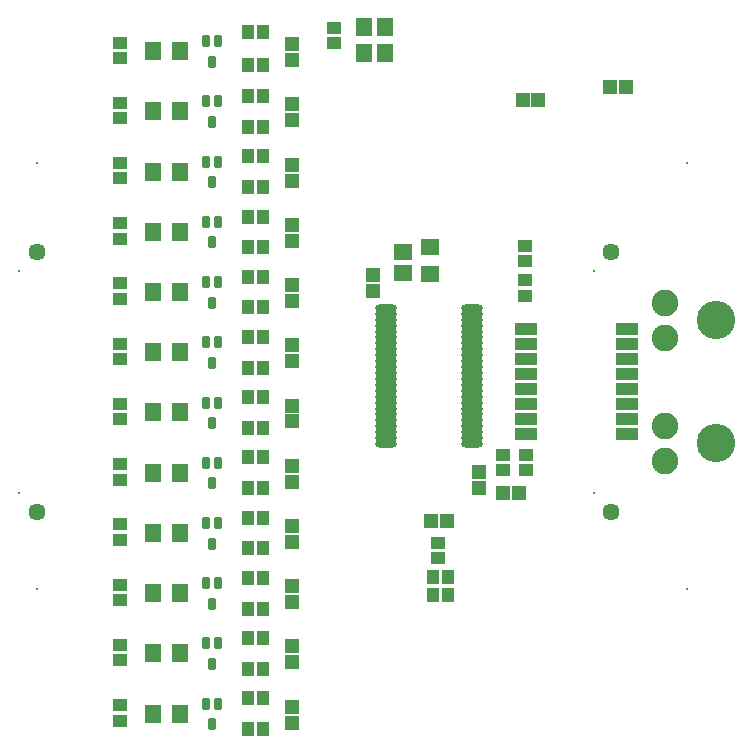
<source format=gts>
%FSLAX23Y23*%
%MOIN*%
%SFA1B1*%

%IPPOS*%
%AMD28*
4,1,8,0.004900,0.019800,-0.004900,0.019800,-0.014800,0.009800,-0.014800,-0.009800,-0.004900,-0.019800,0.004900,-0.019800,0.014800,-0.009800,0.014800,0.009800,0.004900,0.019800,0.0*
1,1,0.019840,0.004900,0.009800*
1,1,0.019840,-0.004900,0.009800*
1,1,0.019840,-0.004900,-0.009800*
1,1,0.019840,0.004900,-0.009800*
%
G04~CAMADD=28~8~0.0~0.0~296.9~395.3~99.2~0.0~15~0.0~0.0~0.0~0.0~0~0.0~0.0~0.0~0.0~0~0.0~0.0~0.0~0.0~296.9~395.3*
%ADD28D28*%
%ADD29R,0.043470X0.047400*%
%ADD30R,0.047400X0.043470*%
%ADD31R,0.055280X0.063150*%
%ADD32R,0.045430X0.049370*%
%ADD33R,0.049370X0.045430*%
%ADD34R,0.063150X0.055280*%
%ADD35R,0.075750X0.039920*%
%ADD36R,0.061180X0.053310*%
%ADD37O,0.072990X0.023390*%
%ADD38R,0.053310X0.061180*%
%ADD39C,0.010000*%
%ADD40C,0.057090*%
%ADD41C,0.088740*%
%ADD42C,0.128110*%
%LNbms-1*%
%LPD*%
G54D28*
X798Y407D03*
X759D03*
X779Y338D03*
X798Y607D03*
X759D03*
X779Y539D03*
X798Y808D03*
X759D03*
X779Y740D03*
X798Y1009D03*
X759D03*
X779Y941D03*
X798Y1210D03*
X759D03*
X779Y1142D03*
Y1342D03*
X759Y1411D03*
X798D03*
Y1611D03*
X759D03*
X779Y1543D03*
X798Y1812D03*
X759D03*
X779Y1744D03*
X798Y2013D03*
X759D03*
X779Y1945D03*
X798Y2414D03*
X759D03*
X779Y2346D03*
X798Y2214D03*
X759D03*
X779Y2146D03*
X798Y206D03*
X759D03*
X779Y138D03*
G54D29*
X949Y2335D03*
X898D03*
X1567Y569D03*
X1516D03*
X1567Y627D03*
X1516D03*
X899Y2446D03*
X950D03*
X899Y2232D03*
X950D03*
X899Y2129D03*
X950D03*
X899Y2031D03*
X950D03*
X899Y1929D03*
X950D03*
X899Y1830D03*
X950D03*
X899Y1728D03*
X950D03*
X899Y1629D03*
X950D03*
X899Y1527D03*
X950D03*
X899Y1429D03*
X950D03*
X899Y1326D03*
X950D03*
X899Y1125D03*
X950D03*
X899Y1228D03*
X950D03*
X899Y1027D03*
X950D03*
X899Y925D03*
X950D03*
X899Y826D03*
X950D03*
X899Y724D03*
X950D03*
X899Y625D03*
X950D03*
X899Y523D03*
X950D03*
X899Y425D03*
X950D03*
X899Y322D03*
X950D03*
X899Y224D03*
X950D03*
X899Y122D03*
X950D03*
G54D30*
X1187Y2407D03*
Y2458D03*
X1531Y743D03*
Y691D03*
X1825Y1035D03*
Y984D03*
X1749Y1035D03*
Y984D03*
X1821Y1682D03*
Y1733D03*
Y1618D03*
Y1566D03*
X472Y201D03*
Y150D03*
Y402D03*
Y351D03*
Y603D03*
Y552D03*
Y804D03*
Y752D03*
Y1004D03*
Y953D03*
Y1205D03*
Y1154D03*
Y1406D03*
Y1355D03*
Y1607D03*
Y1556D03*
Y1808D03*
Y1756D03*
Y2008D03*
Y1957D03*
Y2209D03*
Y2158D03*
Y2410D03*
Y2359D03*
G54D31*
X1286Y2462D03*
X1355D03*
X1286Y2375D03*
X1355D03*
G54D32*
X1563Y815D03*
X1509D03*
X1801Y909D03*
X1748D03*
X2158Y2263D03*
X2105D03*
X1814Y2219D03*
X1867D03*
G54D33*
X1670Y978D03*
Y925D03*
X1317Y1634D03*
Y1581D03*
X1047Y143D03*
Y196D03*
Y344D03*
Y397D03*
Y545D03*
Y598D03*
Y746D03*
Y799D03*
Y946D03*
Y1000D03*
Y1147D03*
Y1200D03*
Y1348D03*
Y1401D03*
Y1549D03*
Y1602D03*
Y1750D03*
Y1803D03*
Y1950D03*
Y2003D03*
Y2151D03*
Y2204D03*
Y2352D03*
Y2405D03*
G54D34*
X1415Y1712D03*
Y1643D03*
G54D35*
X1825Y1204D03*
Y1454D03*
X2161D03*
X1825Y1104D03*
Y1154D03*
Y1254D03*
Y1304D03*
Y1354D03*
Y1404D03*
X2161D03*
Y1354D03*
Y1304D03*
Y1254D03*
Y1204D03*
Y1154D03*
Y1104D03*
G54D36*
X1507Y1728D03*
Y1637D03*
G54D37*
X1647Y1407D03*
X1360Y1525D03*
Y1505D03*
Y1486D03*
Y1466D03*
Y1446D03*
Y1427D03*
Y1407D03*
Y1387D03*
Y1368D03*
Y1348D03*
Y1328D03*
Y1309D03*
Y1289D03*
Y1269D03*
Y1250D03*
Y1230D03*
Y1210D03*
Y1190D03*
Y1171D03*
Y1151D03*
Y1131D03*
Y1112D03*
Y1092D03*
Y1072D03*
X1647Y1525D03*
Y1505D03*
Y1486D03*
Y1466D03*
Y1446D03*
Y1427D03*
Y1387D03*
Y1368D03*
Y1348D03*
Y1328D03*
Y1309D03*
Y1289D03*
Y1269D03*
Y1250D03*
Y1230D03*
Y1210D03*
Y1190D03*
Y1171D03*
Y1151D03*
Y1131D03*
Y1112D03*
Y1092D03*
Y1072D03*
G54D38*
X581Y2381D03*
X671D03*
X581Y2181D03*
X671D03*
X581Y1980D03*
X671D03*
X581Y1779D03*
X671D03*
X581Y1578D03*
X671D03*
X581Y1377D03*
X671D03*
X581Y1177D03*
X671D03*
X581Y976D03*
X671D03*
X581Y775D03*
X671D03*
X581Y574D03*
X671D03*
X581Y374D03*
X671D03*
X581Y173D03*
X671D03*
G54D39*
X137Y909D03*
Y1649D03*
X2051Y909D03*
Y1649D03*
X196Y2007D03*
X2362D03*
Y590D03*
X196D03*
G54D40*
X196Y846D03*
Y1712D03*
X2110Y846D03*
Y1712D03*
G54D41*
X2288Y1543D03*
Y1425D03*
Y1133D03*
Y1015D03*
G54D42*
X2459Y1484D03*
Y1074D03*
M02*
</source>
